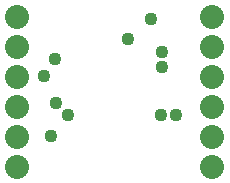
<source format=gbs>
G75*
%MOIN*%
%OFA0B0*%
%FSLAX24Y24*%
%IPPOS*%
%LPD*%
%AMOC8*
5,1,8,0,0,1.08239X$1,22.5*
%
%ADD10C,0.0800*%
%ADD11C,0.0436*%
D10*
X001500Y001045D03*
X001500Y002045D03*
X001500Y003045D03*
X001500Y004045D03*
X001500Y005045D03*
X001500Y006045D03*
X008000Y006045D03*
X008000Y005045D03*
X008000Y004045D03*
X008000Y003045D03*
X008000Y002045D03*
X008000Y001045D03*
D11*
X006770Y002756D03*
X006290Y002757D03*
X006320Y004377D03*
X006330Y004854D03*
X005179Y005309D03*
X005965Y005957D03*
X002746Y004643D03*
X002393Y004057D03*
X002780Y003150D03*
X003174Y002780D03*
X002622Y002077D03*
M02*

</source>
